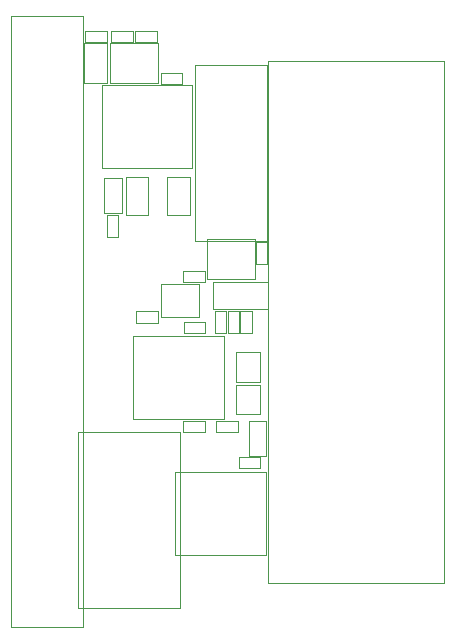
<source format=gbr>
G04 #@! TF.GenerationSoftware,KiCad,Pcbnew,9.0.0*
G04 #@! TF.CreationDate,2025-03-30T00:29:37+00:00*
G04 #@! TF.ProjectId,1MHzAdaptor,314d487a-4164-4617-9074-6f722e6b6963,03b*
G04 #@! TF.SameCoordinates,Original*
G04 #@! TF.FileFunction,Other,User*
%FSLAX46Y46*%
G04 Gerber Fmt 4.6, Leading zero omitted, Abs format (unit mm)*
G04 Created by KiCad (PCBNEW 9.0.0) date 2025-03-30 00:29:37*
%MOMM*%
%LPD*%
G01*
G04 APERTURE LIST*
%ADD10C,0.050000*%
G04 APERTURE END LIST*
D10*
X139195400Y-73174000D02*
X145345400Y-73174000D01*
X145345400Y-73174000D02*
X145345400Y-58274000D01*
X139195400Y-58274000D02*
X139195400Y-73174000D01*
X145345400Y-58274000D02*
X139195400Y-58274000D01*
X136372800Y-76806600D02*
X136372800Y-79606600D01*
X136372800Y-76806600D02*
X139572800Y-76806600D01*
X136372800Y-79606600D02*
X139572800Y-79606600D01*
X139572800Y-79606600D02*
X139572800Y-76806600D01*
X138282000Y-80058000D02*
X140102000Y-80058000D01*
X138282000Y-80978000D02*
X138282000Y-80058000D01*
X140102000Y-80058000D02*
X140102000Y-80978000D01*
X140102000Y-80978000D02*
X138282000Y-80978000D01*
X142904800Y-91488000D02*
X144724800Y-91488000D01*
X142904800Y-92408000D02*
X142904800Y-91488000D01*
X144724800Y-91488000D02*
X144724800Y-92408000D01*
X144724800Y-92408000D02*
X142904800Y-92408000D01*
X136300800Y-58976000D02*
X138120800Y-58976000D01*
X136300800Y-59896000D02*
X136300800Y-58976000D01*
X138120800Y-58976000D02*
X138120800Y-59896000D01*
X138120800Y-59896000D02*
X136300800Y-59896000D01*
X133970400Y-81209000D02*
X133970400Y-88209000D01*
X133970400Y-88209000D02*
X141670400Y-88209000D01*
X141670400Y-81209000D02*
X133970400Y-81209000D01*
X141670400Y-88209000D02*
X141670400Y-81209000D01*
X136870400Y-67729300D02*
X136870400Y-70929300D01*
X138770400Y-67729300D02*
X136870400Y-67729300D01*
X138770400Y-67729300D02*
X138770400Y-70929300D01*
X138770400Y-70929300D02*
X136870400Y-70929300D01*
X142725900Y-82570000D02*
X142725900Y-85070000D01*
X142725900Y-82570000D02*
X144725900Y-82570000D01*
X144725900Y-85070000D02*
X142725900Y-85070000D01*
X144725900Y-85070000D02*
X144725900Y-82570000D01*
X137526400Y-92766000D02*
X137526400Y-99766000D01*
X137526400Y-99766000D02*
X145226400Y-99766000D01*
X145226400Y-92766000D02*
X137526400Y-92766000D01*
X145226400Y-99766000D02*
X145226400Y-92766000D01*
X134248800Y-79133600D02*
X136108800Y-79133600D01*
X134248800Y-80073600D02*
X134248800Y-79133600D01*
X136108800Y-79133600D02*
X136108800Y-80073600D01*
X136108800Y-80073600D02*
X134248800Y-80073600D01*
X140906400Y-79080000D02*
X141846400Y-79080000D01*
X140906400Y-80940000D02*
X140906400Y-79080000D01*
X141846400Y-79080000D02*
X141846400Y-80940000D01*
X141846400Y-80940000D02*
X140906400Y-80940000D01*
X143065400Y-79080000D02*
X144005400Y-79080000D01*
X143065400Y-80940000D02*
X143065400Y-79080000D01*
X144005400Y-79080000D02*
X144005400Y-80940000D01*
X144005400Y-80940000D02*
X143065400Y-80940000D01*
X145418400Y-57900000D02*
X160268400Y-57900000D01*
X145418400Y-102100000D02*
X145418400Y-57900000D01*
X160268400Y-57900000D02*
X160268400Y-102100000D01*
X160268400Y-102100000D02*
X145418400Y-102100000D01*
X142008600Y-79100000D02*
X142928600Y-79100000D01*
X142008600Y-80920000D02*
X142008600Y-79100000D01*
X142928600Y-79100000D02*
X142928600Y-80920000D01*
X142928600Y-80920000D02*
X142008600Y-80920000D01*
X140765500Y-76612100D02*
X145365500Y-76612100D01*
X140765500Y-78912100D02*
X140765500Y-76612100D01*
X145365500Y-76612100D02*
X145365500Y-78912100D01*
X145365500Y-78912100D02*
X140765500Y-78912100D01*
X131540500Y-67849300D02*
X133000500Y-67849300D01*
X131540500Y-70809300D02*
X131540500Y-67849300D01*
X133000500Y-67849300D02*
X133000500Y-70809300D01*
X133000500Y-70809300D02*
X131540500Y-70809300D01*
X131762400Y-70975000D02*
X132702400Y-70975000D01*
X131762400Y-72835000D02*
X131762400Y-70975000D01*
X132702400Y-70975000D02*
X132702400Y-72835000D01*
X132702400Y-72835000D02*
X131762400Y-72835000D01*
X141007600Y-88404600D02*
X142867600Y-88404600D01*
X141007600Y-89344600D02*
X141007600Y-88404600D01*
X142867600Y-88404600D02*
X142867600Y-89344600D01*
X142867600Y-89344600D02*
X141007600Y-89344600D01*
X143770600Y-88410600D02*
X145230600Y-88410600D01*
X143770600Y-91370600D02*
X143770600Y-88410600D01*
X145230600Y-88410600D02*
X145230600Y-91370600D01*
X145230600Y-91370600D02*
X143770600Y-91370600D01*
X142725900Y-85352000D02*
X142725900Y-87852000D01*
X142725900Y-85352000D02*
X144725900Y-85352000D01*
X144725900Y-87852000D02*
X142725900Y-87852000D01*
X144725900Y-87852000D02*
X144725900Y-85352000D01*
X129830000Y-56415200D02*
X131790000Y-56415200D01*
X129830000Y-59815200D02*
X129830000Y-56415200D01*
X131790000Y-56415200D02*
X131790000Y-59815200D01*
X131790000Y-59815200D02*
X129830000Y-59815200D01*
X134167200Y-55369200D02*
X135987200Y-55369200D01*
X134167200Y-56289200D02*
X134167200Y-55369200D01*
X135987200Y-55369200D02*
X135987200Y-56289200D01*
X135987200Y-56289200D02*
X134167200Y-56289200D01*
X132135200Y-55369200D02*
X133955200Y-55369200D01*
X132135200Y-56289200D02*
X132135200Y-55369200D01*
X133955200Y-55369200D02*
X133955200Y-56289200D01*
X133955200Y-56289200D02*
X132135200Y-56289200D01*
X144421600Y-73283400D02*
X145341600Y-73283400D01*
X144421600Y-75103400D02*
X144421600Y-73283400D01*
X145341600Y-73283400D02*
X145341600Y-75103400D01*
X145341600Y-75103400D02*
X144421600Y-75103400D01*
X129880000Y-55359200D02*
X131740000Y-55359200D01*
X129880000Y-56299200D02*
X129880000Y-55359200D01*
X131740000Y-55359200D02*
X131740000Y-56299200D01*
X131740000Y-56299200D02*
X129880000Y-56299200D01*
X131303400Y-60000000D02*
X131303400Y-67000000D01*
X131303400Y-67000000D02*
X139003400Y-67000000D01*
X139003400Y-60000000D02*
X131303400Y-60000000D01*
X139003400Y-67000000D02*
X139003400Y-60000000D01*
X132011200Y-56415200D02*
X132011200Y-59815200D01*
X132011200Y-59815200D02*
X136111200Y-59815200D01*
X136111200Y-56415200D02*
X132011200Y-56415200D01*
X136111200Y-59815200D02*
X136111200Y-56415200D01*
X138231200Y-75740000D02*
X140051200Y-75740000D01*
X138231200Y-76660000D02*
X138231200Y-75740000D01*
X140051200Y-75740000D02*
X140051200Y-76660000D01*
X140051200Y-76660000D02*
X138231200Y-76660000D01*
X138236600Y-88404600D02*
X140096600Y-88404600D01*
X138236600Y-89344600D02*
X138236600Y-88404600D01*
X140096600Y-88404600D02*
X140096600Y-89344600D01*
X140096600Y-89344600D02*
X138236600Y-89344600D01*
X140215400Y-72976000D02*
X140215400Y-76376000D01*
X140215400Y-76376000D02*
X144315400Y-76376000D01*
X144315400Y-72976000D02*
X140215400Y-72976000D01*
X144315400Y-76376000D02*
X144315400Y-72976000D01*
X123648400Y-54080000D02*
X129748400Y-54080000D01*
X123648400Y-105880000D02*
X123648400Y-54080000D01*
X129748400Y-54080000D02*
X129748400Y-105880000D01*
X129748400Y-105880000D02*
X123648400Y-105880000D01*
X129268600Y-89360600D02*
X129268600Y-104260600D01*
X129268600Y-104260600D02*
X137918600Y-104260600D01*
X137918600Y-89360600D02*
X129268600Y-89360600D01*
X137918600Y-104260600D02*
X137918600Y-89360600D01*
X133338400Y-67729300D02*
X133338400Y-70929300D01*
X135238400Y-67729300D02*
X133338400Y-67729300D01*
X135238400Y-67729300D02*
X135238400Y-70929300D01*
X135238400Y-70929300D02*
X133338400Y-70929300D01*
M02*

</source>
